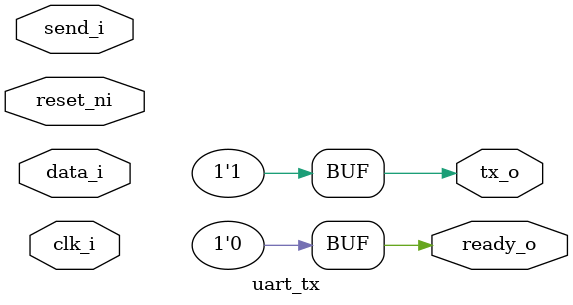
<source format=sv>

module uart_tx (
  input wire       reset_ni, // I; Asynchronous reset (active low)
  input wire       clk_i,    // I; System clock  
  input wire       send_i,   // I; start to send a new data byte
  input wire [7:0] data_i,   // I; data to send
  output logic     ready_o,  // O; ready to take new data
  output logic     tx_o      // O; Serial UART data stream
);

  // -------------------------------------------------------------------------
  // Definition
  // -------------------------------------------------------------------------

  // -------------------------------------------------------------------------
  // Implementation
  // -------------------------------------------------------------------------
  assign ready_o = 1'b0;
  assign tx_o    = 1'b1;
  
 
endmodule
 

</source>
